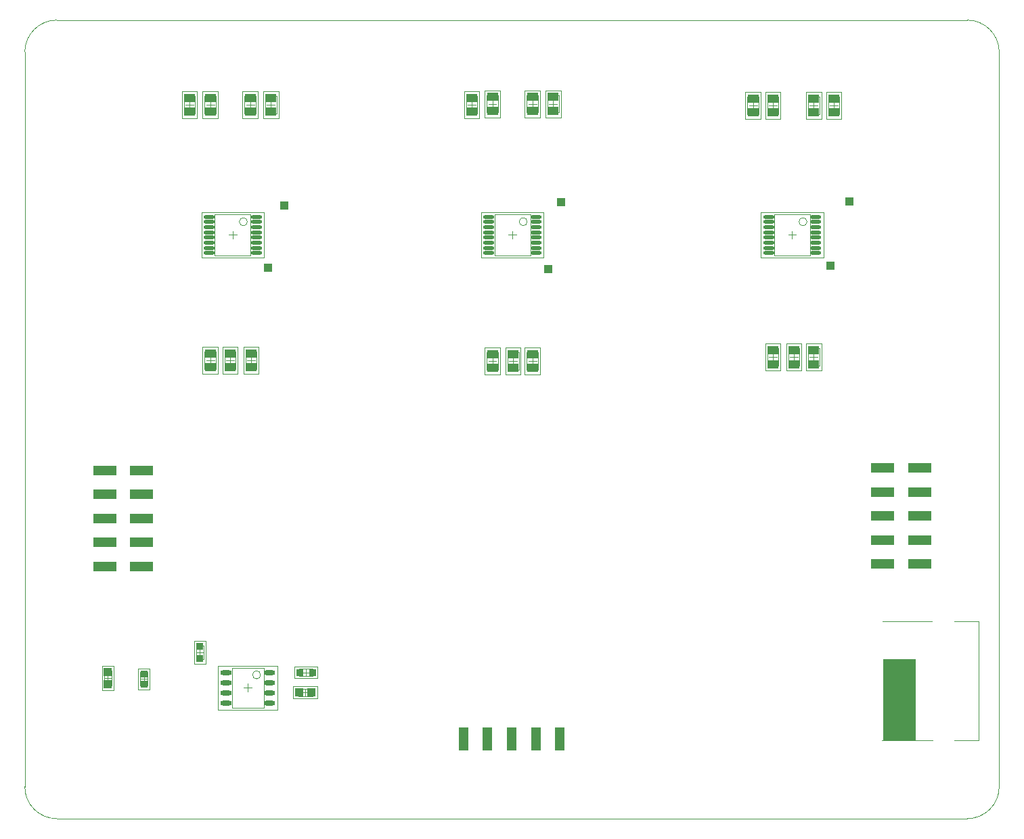
<source format=gbp>
G04*
G04 #@! TF.GenerationSoftware,Altium Limited,Altium Designer,18.1.11 (251)*
G04*
G04 Layer_Color=128*
%FSLAX25Y25*%
%MOIN*%
G70*
G01*
G75*
%ADD13C,0.00394*%
%ADD14R,0.15945X0.40158*%
%ADD15C,0.00197*%
%ADD35R,0.03937X0.04134*%
%ADD36R,0.03740X0.03347*%
%ADD37R,0.03543X0.03347*%
%ADD38R,0.11496X0.05000*%
%ADD39R,0.05000X0.11496*%
%ADD40R,0.05512X0.04331*%
%ADD41O,0.05709X0.02362*%
%ADD42O,0.05512X0.01772*%
%ADD43R,0.03347X0.03543*%
%ADD44R,0.04134X0.03937*%
D13*
X577461Y406496D02*
X602067D01*
X577362Y347638D02*
X602165D01*
X624803D02*
Y406496D01*
X612894D02*
X624803D01*
X612894Y347638D02*
X624803D01*
X155118Y324803D02*
G03*
X170866Y309055I15748J0D01*
G01*
X619291D02*
G03*
X635039Y324803I0J15748D01*
G01*
Y687008D02*
G03*
X619291Y702756I-15748J0D01*
G01*
X170866D02*
G03*
X155118Y687008I0J-15748D01*
G01*
X170866Y309055D02*
X619291Y309055D01*
X170866Y702756D02*
X619291Y702756D01*
X155118Y324803D02*
X155118Y687008D01*
X635039Y324803D02*
X635039Y687008D01*
X271260Y379921D02*
G03*
X271260Y379921I-1969J0D01*
G01*
X540354Y603346D02*
G03*
X540354Y603346I-1969J0D01*
G01*
X402559D02*
G03*
X402559Y603346I-1969J0D01*
G01*
X264764D02*
G03*
X264764Y603346I-1969J0D01*
G01*
X211910Y374606D02*
Y381299D01*
X215650Y374606D02*
Y381299D01*
X211910D02*
X215650D01*
X211910Y374606D02*
X215650D01*
X194095Y374803D02*
Y381890D01*
X198031Y374803D02*
Y381890D01*
X194095D02*
X198031D01*
X194095Y374803D02*
X198031D01*
X239567Y387598D02*
X243110D01*
X239567Y394291D02*
X243110D01*
Y387598D02*
Y394291D01*
X239567Y387598D02*
Y394291D01*
X243701Y656791D02*
Y665256D01*
X249213Y656791D02*
Y665256D01*
X243701D02*
X249213D01*
X243701Y656791D02*
X249213D01*
X272835Y363779D02*
Y383465D01*
X257087Y363779D02*
Y383465D01*
X272835D01*
X257087Y363779D02*
X272835D01*
X524213Y586811D02*
X541929D01*
X524213Y606890D02*
X541929D01*
X524213Y586811D02*
Y606890D01*
X541929Y586811D02*
Y606890D01*
X386417Y586811D02*
X404134D01*
X386417Y606890D02*
X404134D01*
X386417Y586811D02*
Y606890D01*
X404134Y586811D02*
Y606890D01*
X248622Y586811D02*
X266339D01*
X248622Y606890D02*
X266339D01*
X248622Y586811D02*
Y606890D01*
X266339Y586811D02*
Y606890D01*
X290354Y382874D02*
X297047D01*
X290354Y379331D02*
X297047D01*
Y382874D01*
X290354Y379331D02*
Y382874D01*
X540945Y656398D02*
X546457D01*
X540945Y664862D02*
X546457D01*
Y656398D02*
Y664862D01*
X540945Y656398D02*
Y664862D01*
X550787Y656398D02*
X556299D01*
X550787Y664862D02*
X556299D01*
Y656398D02*
Y664862D01*
X550787Y656398D02*
Y664862D01*
X540945Y540846D02*
X546457D01*
X540945Y532382D02*
X546457D01*
X540945D02*
Y540846D01*
X546457Y532382D02*
Y540846D01*
X531102D02*
X536614D01*
X531102Y532382D02*
X536614D01*
X531102D02*
Y540846D01*
X536614Y532382D02*
Y540846D01*
X520866D02*
X526378D01*
X520866Y532382D02*
X526378D01*
X520866D02*
Y540846D01*
X526378Y532382D02*
Y540846D01*
X511024Y656398D02*
X516535D01*
X511024Y664862D02*
X516535D01*
Y656398D02*
Y664862D01*
X511024Y656398D02*
Y664862D01*
X520866Y656398D02*
X526378D01*
X520866Y664862D02*
X526378D01*
Y656398D02*
Y664862D01*
X520866Y656398D02*
Y664862D01*
X402362Y657185D02*
X407874D01*
X402362Y665650D02*
X407874D01*
Y657185D02*
Y665650D01*
X402362Y657185D02*
Y665650D01*
X263386Y656791D02*
X268898D01*
X263386Y665256D02*
X268898D01*
Y656791D02*
Y665256D01*
X263386Y656791D02*
Y665256D01*
X412598Y657185D02*
X418110D01*
X412598Y665650D02*
X418110D01*
Y657185D02*
Y665650D01*
X412598Y657185D02*
Y665650D01*
X273622Y656791D02*
X279134D01*
X273622Y665256D02*
X279134D01*
Y656791D02*
Y665256D01*
X273622Y656791D02*
Y665256D01*
X402362Y538878D02*
X407874D01*
X402362Y530413D02*
X407874D01*
X402362D02*
Y538878D01*
X407874Y530413D02*
Y538878D01*
X263779Y539272D02*
X269291D01*
X263779Y530807D02*
X269291D01*
X263779D02*
Y539272D01*
X269291Y530807D02*
Y539272D01*
X392913Y538878D02*
X398425D01*
X392913Y530413D02*
X398425D01*
X392913D02*
Y538878D01*
X398425Y530413D02*
Y538878D01*
X253543Y539272D02*
X259055D01*
X253543Y530807D02*
X259055D01*
X253543D02*
Y539272D01*
X259055Y530807D02*
Y539272D01*
X382677Y538878D02*
X388189D01*
X382677Y530413D02*
X388189D01*
X382677D02*
Y538878D01*
X388189Y530413D02*
Y538878D01*
X243701Y539272D02*
X249213D01*
X243701Y530807D02*
X249213D01*
X243701D02*
Y539272D01*
X249213Y530807D02*
Y539272D01*
X372441Y656791D02*
X377953D01*
X372441Y665256D02*
X377953D01*
Y656791D02*
Y665256D01*
X372441Y656791D02*
Y665256D01*
X233465Y656791D02*
X238976D01*
X233465Y665256D02*
X238976D01*
Y656791D02*
Y665256D01*
X233465Y656791D02*
Y665256D01*
X382677Y657185D02*
X388189D01*
X382677Y665650D02*
X388189D01*
Y657185D02*
Y665650D01*
X382677Y657185D02*
Y665650D01*
X296752Y369390D02*
Y373130D01*
X289862Y369390D02*
Y373130D01*
X296752D01*
X289862Y369390D02*
X296752D01*
X211910Y377953D02*
X215650D01*
X213779Y376083D02*
Y379823D01*
X194095Y378346D02*
X198031D01*
X196063Y376378D02*
Y380315D01*
X241339Y389173D02*
Y392717D01*
X239567Y390945D02*
X243110D01*
X244488Y661024D02*
X248425D01*
X246457Y659055D02*
Y662992D01*
X262992Y373622D02*
X266929D01*
X264961Y371654D02*
Y375590D01*
X533071Y594882D02*
Y598819D01*
X531102Y596850D02*
X535039D01*
X395276Y594882D02*
Y598819D01*
X393307Y596850D02*
X397244D01*
X257480Y594882D02*
Y598819D01*
X255512Y596850D02*
X259449D01*
X293701Y379331D02*
Y382874D01*
X291929Y381102D02*
X295472D01*
X543701Y658661D02*
Y662598D01*
X541732Y660630D02*
X545669D01*
X553543Y658661D02*
Y662598D01*
X551575Y660630D02*
X555512D01*
X543701Y534646D02*
Y538583D01*
X541732Y536614D02*
X545669D01*
X533858Y534646D02*
Y538583D01*
X531890Y536614D02*
X535827D01*
X523622Y534646D02*
Y538583D01*
X521654Y536614D02*
X525591D01*
X513779Y658661D02*
Y662598D01*
X511811Y660630D02*
X515748D01*
X523622Y658661D02*
Y662598D01*
X521654Y660630D02*
X525591D01*
X405118Y659449D02*
Y663386D01*
X403150Y661417D02*
X407087D01*
X266142Y659055D02*
Y662992D01*
X264173Y661024D02*
X268110D01*
X415354Y659449D02*
Y663386D01*
X413386Y661417D02*
X417323D01*
X276378Y659055D02*
Y662992D01*
X274410Y661024D02*
X278346D01*
X405118Y532677D02*
Y536614D01*
X403150Y534646D02*
X407087D01*
X266535Y533071D02*
Y537008D01*
X264567Y535039D02*
X268504D01*
X395669Y532677D02*
Y536614D01*
X393701Y534646D02*
X397638D01*
X256299Y533071D02*
Y537008D01*
X254331Y535039D02*
X258268D01*
X385433Y532677D02*
Y536614D01*
X383465Y534646D02*
X387402D01*
X246457Y533071D02*
Y537008D01*
X244488Y535039D02*
X248425D01*
X375197Y659055D02*
Y662992D01*
X373228Y661024D02*
X377165D01*
X236221Y659055D02*
Y662992D01*
X234252Y661024D02*
X238189D01*
X385433Y659449D02*
Y663386D01*
X383465Y661417D02*
X387402D01*
X291437Y371260D02*
X295177D01*
X293307Y369390D02*
Y373130D01*
D14*
X585925Y367814D02*
D03*
D15*
X210827Y372835D02*
Y383071D01*
X216732Y372835D02*
Y383071D01*
X210827D02*
X216732D01*
X210827Y372835D02*
X216732D01*
X193110Y372441D02*
Y384252D01*
X199016Y372441D02*
Y384252D01*
X193110D02*
X199016D01*
X193110Y372441D02*
X199016D01*
X238583Y385236D02*
X244094D01*
X238583Y396654D02*
X244094D01*
Y385236D02*
Y396654D01*
X238583Y385236D02*
Y396654D01*
X242717Y654331D02*
Y667717D01*
X250197Y654331D02*
Y667717D01*
X242717D02*
X250197D01*
X242717Y654331D02*
X250197D01*
X279528Y362795D02*
Y384449D01*
X250394Y362795D02*
Y384449D01*
X279528D01*
X250394Y362795D02*
X279528D01*
X517717Y585827D02*
X548425D01*
X517717Y607874D02*
X548425D01*
X517717Y585827D02*
Y607874D01*
X548425Y585827D02*
Y607874D01*
X379921Y585827D02*
X410630D01*
X379921Y607874D02*
X410630D01*
X379921Y585827D02*
Y607874D01*
X410630Y585827D02*
Y607874D01*
X242126Y585827D02*
X272835D01*
X242126Y607874D02*
X272835D01*
X242126Y585827D02*
Y607874D01*
X272835Y585827D02*
Y607874D01*
X287992Y383858D02*
X299410D01*
X287992Y378346D02*
X299410D01*
Y383858D01*
X287992Y378346D02*
Y383858D01*
X539961Y653937D02*
X547441D01*
X539961Y667323D02*
X547441D01*
Y653937D02*
Y667323D01*
X539961Y653937D02*
Y667323D01*
X549803Y653937D02*
X557283D01*
X549803Y667323D02*
X557283D01*
Y653937D02*
Y667323D01*
X549803Y653937D02*
Y667323D01*
X539961Y543307D02*
X547441D01*
X539961Y529921D02*
X547441D01*
X539961D02*
Y543307D01*
X547441Y529921D02*
Y543307D01*
X530118D02*
X537598D01*
X530118Y529921D02*
X537598D01*
X530118D02*
Y543307D01*
X537598Y529921D02*
Y543307D01*
X519882D02*
X527362D01*
X519882Y529921D02*
X527362D01*
X519882D02*
Y543307D01*
X527362Y529921D02*
Y543307D01*
X510039Y653937D02*
X517520D01*
X510039Y667323D02*
X517520D01*
Y653937D02*
Y667323D01*
X510039Y653937D02*
Y667323D01*
X519882Y653937D02*
X527362D01*
X519882Y667323D02*
X527362D01*
Y653937D02*
Y667323D01*
X519882Y653937D02*
Y667323D01*
X401378Y654724D02*
X408858D01*
X401378Y668110D02*
X408858D01*
Y654724D02*
Y668110D01*
X401378Y654724D02*
Y668110D01*
X262402Y654331D02*
X269882D01*
X262402Y667717D02*
X269882D01*
Y654331D02*
Y667717D01*
X262402Y654331D02*
Y667717D01*
X411614Y654724D02*
X419095D01*
X411614Y668110D02*
X419095D01*
Y654724D02*
Y668110D01*
X411614Y654724D02*
Y668110D01*
X272638Y654331D02*
X280118D01*
X272638Y667717D02*
X280118D01*
Y654331D02*
Y667717D01*
X272638Y654331D02*
Y667717D01*
X401378Y541339D02*
X408858D01*
X401378Y527953D02*
X408858D01*
X401378D02*
Y541339D01*
X408858Y527953D02*
Y541339D01*
X262795Y541732D02*
X270276D01*
X262795Y528346D02*
X270276D01*
X262795D02*
Y541732D01*
X270276Y528346D02*
Y541732D01*
X391929Y541339D02*
X399409D01*
X391929Y527953D02*
X399409D01*
X391929D02*
Y541339D01*
X399409Y527953D02*
Y541339D01*
X252559Y541732D02*
X260039D01*
X252559Y528346D02*
X260039D01*
X252559D02*
Y541732D01*
X260039Y528346D02*
Y541732D01*
X381693Y541339D02*
X389173D01*
X381693Y527953D02*
X389173D01*
X381693D02*
Y541339D01*
X389173Y527953D02*
Y541339D01*
X242717Y541732D02*
X250197D01*
X242717Y528346D02*
X250197D01*
X242717D02*
Y541732D01*
X250197Y528346D02*
Y541732D01*
X371457Y654331D02*
X378937D01*
X371457Y667717D02*
X378937D01*
Y654331D02*
Y667717D01*
X371457Y654331D02*
Y667717D01*
X232480Y654331D02*
X239961D01*
X232480Y667717D02*
X239961D01*
Y654331D02*
Y667717D01*
X232480Y654331D02*
Y667717D01*
X381693Y654724D02*
X389173D01*
X381693Y668110D02*
X389173D01*
Y654724D02*
Y668110D01*
X381693Y654724D02*
Y668110D01*
X299213Y368307D02*
Y374213D01*
X287402Y368307D02*
Y374213D01*
X299213D01*
X287402Y368307D02*
X299213D01*
D35*
X561319Y613287D02*
D03*
X551772Y581791D02*
D03*
X419390Y612894D02*
D03*
X412894Y580118D02*
D03*
X274803Y580610D02*
D03*
X282972Y611319D02*
D03*
X196063Y381201D02*
D03*
Y375492D02*
D03*
D36*
X213779Y380413D02*
D03*
Y375492D02*
D03*
D37*
X241339Y387894D02*
D03*
Y393996D02*
D03*
D38*
X595787Y470079D02*
D03*
X577559D02*
D03*
X595787Y446457D02*
D03*
X577559D02*
D03*
X595787Y481890D02*
D03*
X577559D02*
D03*
X595787Y458268D02*
D03*
Y434646D02*
D03*
X577559D02*
D03*
Y458268D02*
D03*
X212710Y457087D02*
D03*
Y480709D02*
D03*
X194482D02*
D03*
Y457087D02*
D03*
X212710Y433465D02*
D03*
X194482D02*
D03*
X212710Y468898D02*
D03*
X194482D02*
D03*
X212710Y445276D02*
D03*
X194482D02*
D03*
D39*
X394882Y348425D02*
D03*
X371161D02*
D03*
X418602D02*
D03*
X383071D02*
D03*
X406791D02*
D03*
D40*
X246457Y664468D02*
D03*
Y657579D02*
D03*
X543701Y657185D02*
D03*
Y664075D02*
D03*
X553543Y657185D02*
D03*
Y664075D02*
D03*
X543701Y540059D02*
D03*
Y533169D02*
D03*
X533858Y540059D02*
D03*
Y533169D02*
D03*
X523622Y540059D02*
D03*
Y533169D02*
D03*
X513779Y657185D02*
D03*
Y664075D02*
D03*
X523622Y657185D02*
D03*
Y664075D02*
D03*
X405118Y657972D02*
D03*
Y664862D02*
D03*
X266142Y657579D02*
D03*
Y664468D02*
D03*
X415354Y657972D02*
D03*
Y664862D02*
D03*
X276378Y657579D02*
D03*
Y664468D02*
D03*
X405118Y538091D02*
D03*
Y531201D02*
D03*
X266535Y538484D02*
D03*
Y531595D02*
D03*
X395669Y538091D02*
D03*
Y531201D02*
D03*
X256299Y538484D02*
D03*
Y531595D02*
D03*
X385433Y538091D02*
D03*
Y531201D02*
D03*
X246457Y538484D02*
D03*
Y531595D02*
D03*
X375197Y657579D02*
D03*
Y664468D02*
D03*
X236221Y657579D02*
D03*
Y664468D02*
D03*
X385433Y657972D02*
D03*
Y664862D02*
D03*
D41*
X275689Y381122D02*
D03*
Y376122D02*
D03*
Y371122D02*
D03*
Y366122D02*
D03*
X254232Y381122D02*
D03*
Y376122D02*
D03*
Y371122D02*
D03*
Y366122D02*
D03*
D42*
X521457Y587894D02*
D03*
Y590453D02*
D03*
Y593012D02*
D03*
Y595571D02*
D03*
Y598130D02*
D03*
Y600689D02*
D03*
Y603248D02*
D03*
Y605807D02*
D03*
X544685Y587894D02*
D03*
Y590453D02*
D03*
Y593012D02*
D03*
Y595571D02*
D03*
Y598130D02*
D03*
Y600689D02*
D03*
Y603248D02*
D03*
Y605807D02*
D03*
X383661Y587894D02*
D03*
Y590453D02*
D03*
Y593012D02*
D03*
Y595571D02*
D03*
Y598130D02*
D03*
Y600689D02*
D03*
Y603248D02*
D03*
Y605807D02*
D03*
X406890Y587894D02*
D03*
Y590453D02*
D03*
Y593012D02*
D03*
Y595571D02*
D03*
Y598130D02*
D03*
Y600689D02*
D03*
Y603248D02*
D03*
Y605807D02*
D03*
X245866Y587894D02*
D03*
Y590453D02*
D03*
Y593012D02*
D03*
Y595571D02*
D03*
Y598130D02*
D03*
Y600689D02*
D03*
Y603248D02*
D03*
Y605807D02*
D03*
X269094Y587894D02*
D03*
Y590453D02*
D03*
Y593012D02*
D03*
Y595571D02*
D03*
Y598130D02*
D03*
Y600689D02*
D03*
Y603248D02*
D03*
Y605807D02*
D03*
D43*
X296752Y381102D02*
D03*
X290650D02*
D03*
D44*
X296260Y371260D02*
D03*
X290354D02*
D03*
M02*

</source>
